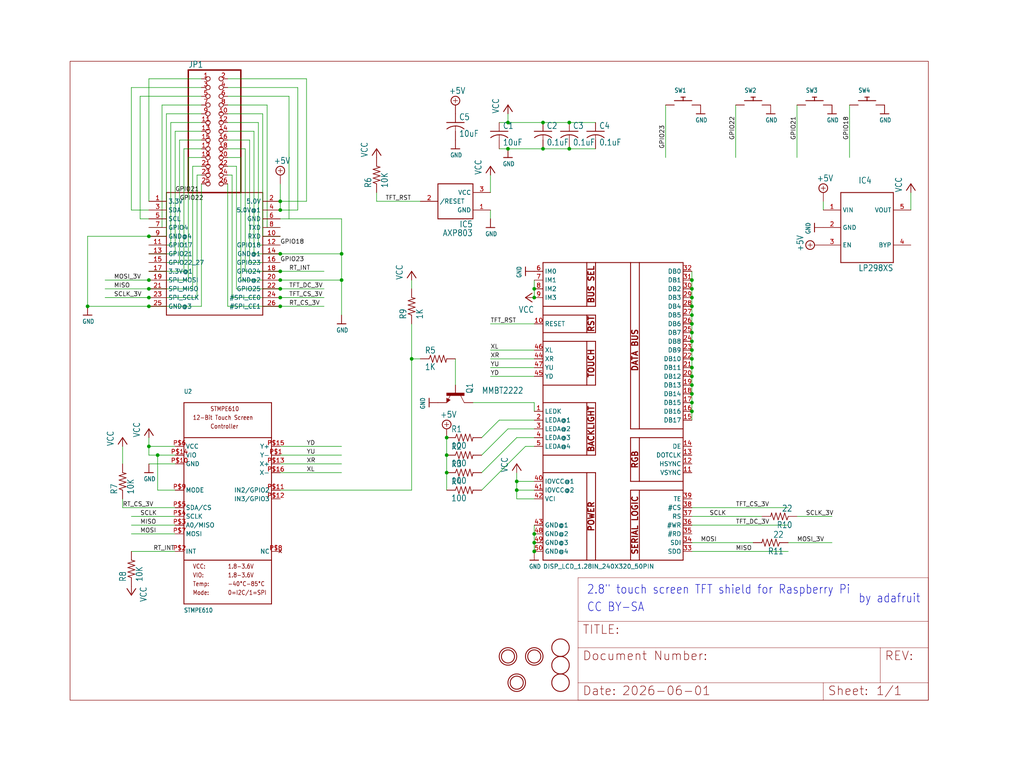
<source format=kicad_sch>
(kicad_sch (version 20230121) (generator eeschema)
  (paper "User" 297.002 224.003)
  (lib_symbols
    (symbol "working-eagle-import:+5V" (power)
      (property "Value" "+5V" (at -1.905 3.175 0))
      (symbol "+5V_1_0"
        (pin power_in line (at 0 -2.54 90) (length 2.54) (name "+5V") (number "1"))
      )
    )
    (symbol "working-eagle-import:-NPN-SOT23-BEC"
      (property "Reference" "T" (at -10.16 7.62 0))
      (symbol "-NPN-SOT23-BEC_1_0"
        (pin passive line (at -2.54 0 0) (length 2.54) (name "B") (number "B"))
        (pin passive line (at 2.54 5.08 270) (length 2.54) (name "C") (number "C"))
        (pin passive line (at 2.54 -5.08 90) (length 2.54) (name "E") (number "E"))
      )
    )
    (symbol "working-eagle-import:AXP083-SAG"
      (property "Reference" "IC" (at -5.08 -7.62 0))
      (symbol "AXP083-SAG_1_0"
        (pin power_in line (at -10.16 -2.54 0) (length 5.08) (name "GND") (number "1"))
        (pin output line (at 10.16 0 180) (length 5.08) (name "/RESET") (number "2"))
        (pin power_in line (at -10.16 2.54 0) (length 5.08) (name "VCC") (number "3"))
      )
    )
    (symbol "working-eagle-import:C-USC0805K"
      (property "Reference" "C" (at 1.016 0.635 0))
      (symbol "C-USC0805K_1_0"
        (pin passive line (at 0 2.54 270) (length 2.54) (name "1") (number "1"))
        (pin passive line (at 0 -5.08 90) (length 2.54) (name "2") (number "2"))
      )
    )
    (symbol "working-eagle-import:DISP_LCD_1.28IN_240X320_50PIN"
      (symbol "DISP_LCD_1.28IN_240X320_50PIN_1_0"
        (text "BACKLIGHT" (at -6.35 -7.62 900) (effects (font (size 1.6764 1.6764) (thickness 0.3353) bold)))
        (text "BUS SEL" (at -6.35 34.29 900) (effects (font (size 1.6764 1.6764) (thickness 0.3353) bold)))
        (text "DATA BUS" (at 6.35 15.24 900) (effects (font (size 1.6764 1.6764) (thickness 0.3353) bold)))
        (text "POWER" (at -6.35 -33.02 900) (effects (font (size 1.6764 1.6764) (thickness 0.3353) bold)))
        (text "RGB" (at 6.35 -16.51 900) (effects (font (size 1.6764 1.6764) (thickness 0.3353) bold)))
        (text "RST" (at -6.35 22.86 900) (effects (font (size 1.6764 1.6764) (thickness 0.3353) bold)))
        (text "SERIAL LOGIC" (at 6.35 -35.56 900) (effects (font (size 1.6764 1.6764) (thickness 0.3353) bold)))
        (text "TOUCH" (at -6.35 11.43 900) (effects (font (size 1.6764 1.6764) (thickness 0.3353) bold)))
        (pin bidirectional line (at -22.86 -2.54 0) (length 2.54) (name "LEDK") (number "1"))
        (pin bidirectional line (at -22.86 22.86 0) (length 2.54) (name "RESET") (number "10"))
        (pin bidirectional line (at 22.86 -20.32 180) (length 2.54) (name "VSYNC") (number "11"))
        (pin bidirectional line (at 22.86 -17.78 180) (length 2.54) (name "HSYNC") (number "12"))
        (pin bidirectional line (at 22.86 -15.24 180) (length 2.54) (name "DOTCLK") (number "13"))
        (pin bidirectional line (at 22.86 -12.7 180) (length 2.54) (name "DE") (number "14"))
        (pin bidirectional line (at 22.86 -5.08 180) (length 2.54) (name "DB17") (number "15"))
        (pin bidirectional line (at 22.86 -2.54 180) (length 2.54) (name "DB16") (number "16"))
        (pin bidirectional line (at 22.86 0 180) (length 2.54) (name "DB15") (number "17"))
        (pin bidirectional line (at 22.86 2.54 180) (length 2.54) (name "DB14") (number "18"))
        (pin bidirectional line (at 22.86 5.08 180) (length 2.54) (name "DB13") (number "19"))
        (pin bidirectional line (at -22.86 -5.08 0) (length 2.54) (name "LEDA@1") (number "2"))
        (pin bidirectional line (at 22.86 7.62 180) (length 2.54) (name "DB12") (number "20"))
        (pin bidirectional line (at 22.86 10.16 180) (length 2.54) (name "DB11") (number "21"))
        (pin bidirectional line (at 22.86 12.7 180) (length 2.54) (name "DB10") (number "22"))
        (pin bidirectional line (at 22.86 15.24 180) (length 2.54) (name "DB9") (number "23"))
        (pin bidirectional line (at 22.86 17.78 180) (length 2.54) (name "DB8") (number "24"))
        (pin bidirectional line (at 22.86 20.32 180) (length 2.54) (name "DB7") (number "25"))
        (pin bidirectional line (at 22.86 22.86 180) (length 2.54) (name "DB6") (number "26"))
        (pin bidirectional line (at 22.86 25.4 180) (length 2.54) (name "DB5") (number "27"))
        (pin bidirectional line (at 22.86 27.94 180) (length 2.54) (name "DB4") (number "28"))
        (pin bidirectional line (at 22.86 30.48 180) (length 2.54) (name "DB3") (number "29"))
        (pin bidirectional line (at -22.86 -7.62 0) (length 2.54) (name "LEDA@2") (number "3"))
        (pin bidirectional line (at 22.86 33.02 180) (length 2.54) (name "DB2") (number "30"))
        (pin bidirectional line (at 22.86 35.56 180) (length 2.54) (name "DB1") (number "31"))
        (pin bidirectional line (at 22.86 38.1 180) (length 2.54) (name "DB0") (number "32"))
        (pin bidirectional line (at 22.86 -43.18 180) (length 2.54) (name "SDO") (number "33"))
        (pin bidirectional line (at 22.86 -40.64 180) (length 2.54) (name "SDI") (number "34"))
        (pin bidirectional line (at 22.86 -38.1 180) (length 2.54) (name "#RD") (number "35"))
        (pin bidirectional line (at 22.86 -35.56 180) (length 2.54) (name "#WR") (number "36"))
        (pin bidirectional line (at 22.86 -33.02 180) (length 2.54) (name "RS") (number "37"))
        (pin bidirectional line (at 22.86 -30.48 180) (length 2.54) (name "#CS") (number "38"))
        (pin bidirectional line (at 22.86 -27.94 180) (length 2.54) (name "TE") (number "39"))
        (pin bidirectional line (at -22.86 -10.16 0) (length 2.54) (name "LEDA@3") (number "4"))
        (pin bidirectional line (at -22.86 -22.86 0) (length 2.54) (name "IOVCC@1") (number "40"))
        (pin bidirectional line (at -22.86 -25.4 0) (length 2.54) (name "IOVCC@2") (number "41"))
        (pin bidirectional line (at -22.86 -27.94 0) (length 2.54) (name "VCI") (number "42"))
        (pin bidirectional line (at -22.86 -35.56 0) (length 2.54) (name "GND@1") (number "43"))
        (pin bidirectional line (at -22.86 12.7 0) (length 2.54) (name "XR") (number "44"))
        (pin bidirectional line (at -22.86 7.62 0) (length 2.54) (name "YD") (number "45"))
        (pin bidirectional line (at -22.86 15.24 0) (length 2.54) (name "XL") (number "46"))
        (pin bidirectional line (at -22.86 10.16 0) (length 2.54) (name "YU") (number "47"))
        (pin bidirectional line (at -22.86 -38.1 0) (length 2.54) (name "GND@2") (number "48"))
        (pin bidirectional line (at -22.86 -40.64 0) (length 2.54) (name "GND@3") (number "49"))
        (pin bidirectional line (at -22.86 -12.7 0) (length 2.54) (name "LEDA@4") (number "5"))
        (pin bidirectional line (at -22.86 -43.18 0) (length 2.54) (name "GND@4") (number "50"))
        (pin bidirectional line (at -22.86 38.1 0) (length 2.54) (name "IM0") (number "6"))
        (pin bidirectional line (at -22.86 35.56 0) (length 2.54) (name "IM1") (number "7"))
        (pin bidirectional line (at -22.86 33.02 0) (length 2.54) (name "IM2") (number "8"))
        (pin bidirectional line (at -22.86 30.48 0) (length 2.54) (name "IM3") (number "9"))
      )
    )
    (symbol "working-eagle-import:FIDUCIAL")
    (symbol "working-eagle-import:GND" (power)
      (property "Value" "GND" (at -1.524 -2.54 0))
      (symbol "GND_1_0"
        (pin power_in line (at 0 2.54 270) (length 2.54) (name "GND") (number "1"))
      )
    )
    (symbol "working-eagle-import:HEADER-2X13"
      (property "Reference" "JP" (at -8.89 18.415 0))
      (symbol "HEADER-2X13_1_0"
        (pin passive inverted (at -5.08 15.24 0) (length 2.54) (name "1") (number "1"))
        (pin passive inverted (at 2.54 5.08 180) (length 2.54) (name "10") (number "10"))
        (pin passive inverted (at -5.08 2.54 0) (length 2.54) (name "11") (number "11"))
        (pin passive inverted (at 2.54 2.54 180) (length 2.54) (name "12") (number "12"))
        (pin passive inverted (at -5.08 0 0) (length 2.54) (name "13") (number "13"))
        (pin passive inverted (at 2.54 0 180) (length 2.54) (name "14") (number "14"))
        (pin passive inverted (at -5.08 -2.54 0) (length 2.54) (name "15") (number "15"))
        (pin passive inverted (at 2.54 -2.54 180) (length 2.54) (name "16") (number "16"))
        (pin passive inverted (at -5.08 -5.08 0) (length 2.54) (name "17") (number "17"))
        (pin passive inverted (at 2.54 -5.08 180) (length 2.54) (name "18") (number "18"))
        (pin passive inverted (at -5.08 -7.62 0) (length 2.54) (name "19") (number "19"))
        (pin passive inverted (at 2.54 15.24 180) (length 2.54) (name "2") (number "2"))
        (pin passive inverted (at 2.54 -7.62 180) (length 2.54) (name "20") (number "20"))
        (pin passive inverted (at -5.08 -10.16 0) (length 2.54) (name "21") (number "21"))
        (pin passive inverted (at 2.54 -10.16 180) (length 2.54) (name "22") (number "22"))
        (pin passive inverted (at -5.08 -12.7 0) (length 2.54) (name "23") (number "23"))
        (pin passive inverted (at 2.54 -12.7 180) (length 2.54) (name "24") (number "24"))
        (pin passive inverted (at -5.08 -15.24 0) (length 2.54) (name "25") (number "25"))
        (pin passive inverted (at 2.54 -15.24 180) (length 2.54) (name "26") (number "26"))
        (pin passive inverted (at -5.08 12.7 0) (length 2.54) (name "3") (number "3"))
        (pin passive inverted (at 2.54 12.7 180) (length 2.54) (name "4") (number "4"))
        (pin passive inverted (at -5.08 10.16 0) (length 2.54) (name "5") (number "5"))
        (pin passive inverted (at 2.54 10.16 180) (length 2.54) (name "6") (number "6"))
        (pin passive inverted (at -5.08 7.62 0) (length 2.54) (name "7") (number "7"))
        (pin passive inverted (at 2.54 7.62 180) (length 2.54) (name "8") (number "8"))
        (pin passive inverted (at -5.08 5.08 0) (length 2.54) (name "9") (number "9"))
      )
    )
    (symbol "working-eagle-import:LETTER_L"
      (symbol "LETTER_L_2_0"
        (text "${#}/${##}" (at 86.36 1.27 0) (effects (font (size 2.54 2.54)) (justify left bottom)))
        (text "${CURRENT_DATE}" (at 12.7 1.27 0) (effects (font (size 2.54 2.54)) (justify left bottom)))
        (text "${PROJECTNAME}" (at 17.78 19.05 0) (effects (font (size 2.54 2.54)) (justify left bottom)))
        (text "Date:" (at 1.27 1.27 0) (effects (font (size 2.54 2.54)) (justify left bottom)))
        (text "Document Number:" (at 1.27 11.43 0) (effects (font (size 2.54 2.54)) (justify left bottom)))
        (text "REV:" (at 88.9 11.43 0) (effects (font (size 2.54 2.54)) (justify left bottom)))
        (text "Sheet:" (at 72.39 1.27 0) (effects (font (size 2.54 2.54)) (justify left bottom)))
        (text "TITLE:" (at 1.27 19.05 0) (effects (font (size 2.54 2.54)) (justify left bottom)))
      )
    )
    (symbol "working-eagle-import:LP298XS"
      (property "Reference" "IC" (at -12.7 -5.08 90))
      (symbol "LP298XS_1_0"
        (pin bidirectional line (at -5.08 -15.24 90) (length 5.08) (name "VIN") (number "1"))
        (pin bidirectional line (at 0 -15.24 90) (length 5.08) (name "GND") (number "2"))
        (pin bidirectional line (at 5.08 -15.24 90) (length 5.08) (name "EN") (number "3"))
        (pin bidirectional line (at 5.08 10.16 270) (length 5.08) (name "BYP") (number "4"))
        (pin bidirectional line (at -5.08 10.16 270) (length 5.08) (name "VOUT") (number "5"))
      )
    )
    (symbol "working-eagle-import:MOUNTINGHOLE2.5_THICK")
    (symbol "working-eagle-import:R-US_R0805"
      (property "Reference" "R" (at -3.81 1.4986 0))
      (symbol "R-US_R0805_1_0"
        (pin passive line (at -5.08 0 0) (length 2.54) (name "1") (number "1"))
        (pin passive line (at 5.08 0 180) (length 2.54) (name "2") (number "2"))
      )
    )
    (symbol "working-eagle-import:RASPBERRYPI_B_MODELB_V2"
      (symbol "RASPBERRYPI_B_MODELB_V2_1_0"
        (pin power_in line (at -17.78 15.24 0) (length 5.08) (name "3.3V") (number "1"))
        (pin input line (at 20.32 5.08 180) (length 5.08) (name "RXD") (number "10"))
        (pin bidirectional line (at -17.78 2.54 0) (length 5.08) (name "GPIO17") (number "11"))
        (pin bidirectional line (at 20.32 2.54 180) (length 5.08) (name "GPIO18") (number "12"))
        (pin bidirectional line (at -17.78 0 0) (length 5.08) (name "GPIO21") (number "13"))
        (pin power_in line (at 20.32 0 180) (length 5.08) (name "GND@1") (number "14"))
        (pin bidirectional line (at -17.78 -2.54 0) (length 5.08) (name "GPIO22_27") (number "15"))
        (pin bidirectional line (at 20.32 -2.54 180) (length 5.08) (name "GPIO23") (number "16"))
        (pin power_in line (at -17.78 -5.08 0) (length 5.08) (name "3.3V@1") (number "17"))
        (pin bidirectional line (at 20.32 -5.08 180) (length 5.08) (name "GPIO24") (number "18"))
        (pin bidirectional line (at -17.78 -7.62 0) (length 5.08) (name "SPI_MOSI") (number "19"))
        (pin power_in line (at 20.32 15.24 180) (length 5.08) (name "5.0V") (number "2"))
        (pin power_in line (at 20.32 -7.62 180) (length 5.08) (name "GND@2") (number "20"))
        (pin input line (at -17.78 -10.16 0) (length 5.08) (name "SPI_MISO") (number "21"))
        (pin bidirectional line (at 20.32 -10.16 180) (length 5.08) (name "GPIO25") (number "22"))
        (pin bidirectional line (at -17.78 -12.7 0) (length 5.08) (name "SPI_SCLK") (number "23"))
        (pin bidirectional line (at 20.32 -12.7 180) (length 5.08) (name "#SPI_CE0") (number "24"))
        (pin power_in line (at -17.78 -15.24 0) (length 5.08) (name "GND@3") (number "25"))
        (pin bidirectional line (at 20.32 -15.24 180) (length 5.08) (name "#SPI_CE1") (number "26"))
        (pin bidirectional line (at -17.78 12.7 0) (length 5.08) (name "SDA") (number "3"))
        (pin power_in line (at 20.32 12.7 180) (length 5.08) (name "5.0V@1") (number "4"))
        (pin bidirectional line (at -17.78 10.16 0) (length 5.08) (name "SCL") (number "5"))
        (pin power_in line (at 20.32 10.16 180) (length 5.08) (name "GND") (number "6"))
        (pin bidirectional line (at -17.78 7.62 0) (length 5.08) (name "GPIO4") (number "7"))
        (pin output line (at 20.32 7.62 180) (length 5.08) (name "TXD") (number "8"))
        (pin power_in line (at -17.78 5.08 0) (length 5.08) (name "GND@4") (number "9"))
      )
    )
    (symbol "working-eagle-import:STMPE610"
      (property "Reference" "U" (at -12.7 33.02 0))
      (symbol "STMPE610_1_0"
        (text "-40°C-85°C" (at 0 -22.86 0) (effects (font (size 1.27 1.0795)) (justify left bottom)))
        (text "0=I2C/1=SPI" (at 0 -25.4 0) (effects (font (size 1.27 1.0795)) (justify left bottom)))
        (text "1.8-3.6V" (at 0 -20.32 0) (effects (font (size 1.27 1.0795)) (justify left bottom)))
        (text "1.8-3.6V" (at 0 -17.78 0) (effects (font (size 1.27 1.0795)) (justify left bottom)))
        (text "12-Bit Touch Screen" (at -10.16 25.4 0) (effects (font (size 1.27 1.0795)) (justify left bottom)))
        (text "Controller" (at -5.08 22.86 0) (effects (font (size 1.27 1.0795)) (justify left bottom)))
        (text "Mode:" (at -10.16 -25.4 0) (effects (font (size 1.27 1.0795)) (justify left bottom)))
        (text "STMPE610" (at -5.08 27.94 0) (effects (font (size 1.27 1.0795)) (justify left bottom)))
        (text "Temp:" (at -10.16 -22.86 0) (effects (font (size 1.27 1.0795)) (justify left bottom)))
        (text "VCC:" (at -10.16 -17.78 0) (effects (font (size 1.27 1.0795)) (justify left bottom)))
        (text "VIO:" (at -10.16 -20.32 0) (effects (font (size 1.27 1.0795)) (justify left bottom)))
        (pin input line (at 15.24 15.24 180) (length 2.54) (name "Y-") (number "P$1"))
        (pin power_in line (at -15.24 12.7 0) (length 2.54) (name "GND") (number "P$10"))
        (pin bidirectional line (at 15.24 5.08 180) (length 2.54) (name "IN2/GPIO2") (number "P$11"))
        (pin bidirectional line (at 15.24 2.54 180) (length 2.54) (name "IN3/GPIO3") (number "P$12"))
        (pin input line (at 15.24 12.7 180) (length 2.54) (name "X+") (number "P$13"))
        (pin power_in line (at -15.24 15.24 0) (length 2.54) (name "VIO") (number "P$14"))
        (pin input line (at 15.24 17.78 180) (length 2.54) (name "Y+") (number "P$15"))
        (pin input line (at 15.24 10.16 180) (length 2.54) (name "X-") (number "P$16"))
        (pin output line (at -15.24 -12.7 0) (length 2.54) (name "INT") (number "P$2"))
        (pin bidirectional line (at -15.24 -5.08 0) (length 2.54) (name "A0/MISO") (number "P$3"))
        (pin bidirectional line (at -15.24 -2.54 0) (length 2.54) (name "SCLK") (number "P$4"))
        (pin bidirectional line (at -15.24 0 0) (length 2.54) (name "SDA/CS") (number "P$5"))
        (pin power_in line (at -15.24 17.78 0) (length 2.54) (name "VCC") (number "P$6"))
        (pin input line (at -15.24 -7.62 0) (length 2.54) (name "MOSI") (number "P$7"))
        (pin no_connect line (at 15.24 -12.7 180) (length 2.54) (name "NC") (number "P$8"))
        (pin input line (at -15.24 5.08 0) (length 2.54) (name "MODE") (number "P$9"))
      )
    )
    (symbol "working-eagle-import:SWITCH_PUSHBUTTONEVQ-PE"
      (property "Reference" "SW" (at -2.54 3.556 0))
      (symbol "SWITCH_PUSHBUTTONEVQ-PE_1_0"
        (pin passive line (at -5.08 0 0) (length 2.54) (name "P$1") (number "P$1"))
        (pin passive line (at 5.08 0 180) (length 2.54) (name "P$2") (number "P$2"))
      )
    )
    (symbol "working-eagle-import:VCC" (power)
      (property "Value" "VCC" (at -2.54 -2.54 90))
      (symbol "VCC_1_0"
        (pin power_in line (at 0 -2.54 90) (length 2.54) (name "VCC") (number "1"))
      )
    )
  )
  (junction (at 43.18 81.28))
  (junction (at 81.28 78.74))
  (junction (at 165.1 43.18))
  (junction (at 147.32 43.18))
  (junction (at 157.48 43.18))
  (junction (at 200.66 86.36))
  (junction (at 149.86 142.24))
  (junction (at 25.4 88.9))
  (junction (at 149.86 139.7))
  (junction (at 99.06 73.66))
  (junction (at 154.94 154.94))
  (junction (at 200.66 81.28))
  (junction (at 154.94 157.48))
  (junction (at 43.18 88.9))
  (junction (at 129.54 127))
  (junction (at 200.66 93.98))
  (junction (at 200.66 106.68))
  (junction (at 119.38 104.14))
  (junction (at 43.18 83.82))
  (junction (at 200.66 99.06))
  (junction (at 157.48 35.56))
  (junction (at 43.18 68.58))
  (junction (at 200.66 83.82))
  (junction (at 200.66 101.6))
  (junction (at 81.28 73.66))
  (junction (at 200.66 116.84))
  (junction (at 200.66 119.38))
  (junction (at 200.66 88.9))
  (junction (at 147.32 35.56))
  (junction (at 129.54 137.16))
  (junction (at 154.94 86.36))
  (junction (at 43.18 129.54))
  (junction (at 200.66 104.14))
  (junction (at 200.66 96.52))
  (junction (at 81.28 60.96))
  (junction (at 154.94 160.02))
  (junction (at 200.66 111.76))
  (junction (at 200.66 91.44))
  (junction (at 43.18 86.36))
  (junction (at 200.66 109.22))
  (junction (at 200.66 114.3))
  (junction (at 165.1 35.56))
  (junction (at 81.28 88.9))
  (junction (at 45.72 132.08))
  (junction (at 81.28 81.28))
  (junction (at 81.28 83.82))
  (junction (at 81.28 58.42))
  (junction (at 81.28 86.36))
  (junction (at 99.06 81.28))
  (junction (at 129.54 132.08))
  (junction (at 154.94 83.82))
  (wire (pts (xy 49.53 35.56) (xy 58.42 35.56)) (stroke (width 0.1524)))
  (wire (pts (xy 129.54 127) (xy 129.54 132.08)) (stroke (width 0.1524)))
  (wire (pts (xy 45.72 132.08) (xy 43.18 132.08)) (stroke (width 0.1524)))
  (wire (pts (xy 165.1 43.18) (xy 157.48 43.18)) (stroke (width 0.1524)))
  (wire (pts (xy 43.18 81.28) (xy 30.48 81.28)) (stroke (width 0.1524)))
  (wire (pts (xy 147.32 35.56) (xy 144.78 35.56)) (stroke (width 0.1524)))
  (wire (pts (xy 139.7 132.08) (xy 147.32 124.46)) (stroke (width 0.1524)))
  (wire (pts (xy 154.94 109.22) (xy 142.24 109.22)) (stroke (width 0.1524)))
  (wire (pts (xy 50.8 73.66) (xy 50.8 38.1)) (stroke (width 0.1524)))
  (wire (pts (xy 246.38 30.48) (xy 246.38 45.72)) (stroke (width 0.1524)))
  (wire (pts (xy 81.28 60.96) (xy 86.36 60.96)) (stroke (width 0.1524)))
  (wire (pts (xy 200.66 160.02) (xy 228.6 160.02)) (stroke (width 0.1524)))
  (wire (pts (xy 200.66 116.84) (xy 200.66 119.38)) (stroke (width 0.1524)))
  (wire (pts (xy 53.34 43.18) (xy 58.42 43.18)) (stroke (width 0.1524)))
  (wire (pts (xy 154.94 101.6) (xy 142.24 101.6)) (stroke (width 0.1524)))
  (wire (pts (xy 43.18 86.36) (xy 57.15 86.36)) (stroke (width 0.1524)))
  (wire (pts (xy 142.24 55.88) (xy 142.24 50.8)) (stroke (width 0.1524)))
  (wire (pts (xy 200.66 109.22) (xy 200.66 111.76)) (stroke (width 0.1524)))
  (wire (pts (xy 200.66 78.74) (xy 200.66 81.28)) (stroke (width 0.1524)))
  (wire (pts (xy 43.18 78.74) (xy 53.34 78.74)) (stroke (width 0.1524)))
  (wire (pts (xy 38.1 149.86) (xy 50.8 149.86)) (stroke (width 0.1524)))
  (wire (pts (xy 54.61 81.28) (xy 54.61 45.72)) (stroke (width 0.1524)))
  (wire (pts (xy 50.8 38.1) (xy 58.42 38.1)) (stroke (width 0.1524)))
  (wire (pts (xy 74.93 71.12) (xy 74.93 35.56)) (stroke (width 0.1524)))
  (wire (pts (xy 46.99 30.48) (xy 58.42 30.48)) (stroke (width 0.1524)))
  (wire (pts (xy 68.58 83.82) (xy 81.28 83.82)) (stroke (width 0.1524)))
  (wire (pts (xy 139.7 137.16) (xy 149.86 127)) (stroke (width 0.1524)))
  (wire (pts (xy 81.28 88.9) (xy 93.98 88.9)) (stroke (width 0.1524)))
  (wire (pts (xy 200.66 106.68) (xy 200.66 109.22)) (stroke (width 0.1524)))
  (wire (pts (xy 99.06 63.5) (xy 99.06 73.66)) (stroke (width 0.1524)))
  (wire (pts (xy 193.04 30.48) (xy 193.04 45.72)) (stroke (width 0.1524)))
  (wire (pts (xy 200.66 149.86) (xy 220.98 149.86)) (stroke (width 0.1524)))
  (wire (pts (xy 264.16 55.88) (xy 264.16 60.96)) (stroke (width 0.1524)))
  (wire (pts (xy 81.28 81.28) (xy 99.06 81.28)) (stroke (width 0.1524)))
  (wire (pts (xy 71.12 43.18) (xy 71.12 78.74)) (stroke (width 0.1524)))
  (wire (pts (xy 81.28 71.12) (xy 74.93 71.12)) (stroke (width 0.1524)))
  (wire (pts (xy 81.28 132.08) (xy 99.06 132.08)) (stroke (width 0.1524)))
  (wire (pts (xy 66.04 88.9) (xy 81.28 88.9)) (stroke (width 0.1524)))
  (wire (pts (xy 81.28 63.5) (xy 99.06 63.5)) (stroke (width 0.1524)))
  (wire (pts (xy 76.2 33.02) (xy 76.2 68.58)) (stroke (width 0.1524)))
  (wire (pts (xy 147.32 33.02) (xy 147.32 35.56)) (stroke (width 0.1524)))
  (wire (pts (xy 149.86 127) (xy 154.94 127)) (stroke (width 0.1524)))
  (wire (pts (xy 99.06 81.28) (xy 99.06 91.44)) (stroke (width 0.1524)))
  (wire (pts (xy 139.7 127) (xy 144.78 121.92)) (stroke (width 0.1524)))
  (wire (pts (xy 137.16 116.84) (xy 154.94 116.84)) (stroke (width 0.1524)))
  (wire (pts (xy 154.94 104.14) (xy 142.24 104.14)) (stroke (width 0.1524)))
  (wire (pts (xy 147.32 124.46) (xy 154.94 124.46)) (stroke (width 0.1524)))
  (wire (pts (xy 77.47 30.48) (xy 66.04 30.48)) (stroke (width 0.1524)))
  (wire (pts (xy 38.1 152.4) (xy 50.8 152.4)) (stroke (width 0.1524)))
  (wire (pts (xy 43.18 60.96) (xy 38.1 60.96)) (stroke (width 0.1524)))
  (wire (pts (xy 43.18 22.86) (xy 58.42 22.86)) (stroke (width 0.1524)))
  (wire (pts (xy 200.66 88.9) (xy 200.66 91.44)) (stroke (width 0.1524)))
  (wire (pts (xy 43.18 88.9) (xy 25.4 88.9)) (stroke (width 0.1524)))
  (wire (pts (xy 172.72 43.18) (xy 165.1 43.18)) (stroke (width 0.1524)))
  (wire (pts (xy 144.78 43.18) (xy 147.32 43.18)) (stroke (width 0.1524)))
  (wire (pts (xy 48.26 33.02) (xy 58.42 33.02)) (stroke (width 0.1524)))
  (wire (pts (xy 165.1 35.56) (xy 172.72 35.56)) (stroke (width 0.1524)))
  (wire (pts (xy 231.14 149.86) (xy 241.3 149.86)) (stroke (width 0.1524)))
  (wire (pts (xy 55.88 48.26) (xy 58.42 48.26)) (stroke (width 0.1524)))
  (wire (pts (xy 43.18 129.54) (xy 43.18 132.08)) (stroke (width 0.1524)))
  (wire (pts (xy 58.42 88.9) (xy 58.42 53.34)) (stroke (width 0.1524)))
  (wire (pts (xy 54.61 45.72) (xy 58.42 45.72)) (stroke (width 0.1524)))
  (wire (pts (xy 149.86 144.78) (xy 154.94 144.78)) (stroke (width 0.1524)))
  (wire (pts (xy 46.99 66.04) (xy 46.99 30.48)) (stroke (width 0.1524)))
  (wire (pts (xy 200.66 99.06) (xy 200.66 101.6)) (stroke (width 0.1524)))
  (wire (pts (xy 132.08 104.14) (xy 132.08 111.76)) (stroke (width 0.1524)))
  (wire (pts (xy 154.94 142.24) (xy 149.86 142.24)) (stroke (width 0.1524)))
  (wire (pts (xy 74.93 35.56) (xy 66.04 35.56)) (stroke (width 0.1524)))
  (wire (pts (xy 52.07 76.2) (xy 52.07 40.64)) (stroke (width 0.1524)))
  (wire (pts (xy 149.86 139.7) (xy 149.86 137.16)) (stroke (width 0.1524)))
  (wire (pts (xy 66.04 38.1) (xy 73.66 38.1)) (stroke (width 0.1524)))
  (wire (pts (xy 57.15 50.8) (xy 58.42 50.8)) (stroke (width 0.1524)))
  (wire (pts (xy 149.86 144.78) (xy 149.86 142.24)) (stroke (width 0.1524)))
  (wire (pts (xy 157.48 35.56) (xy 147.32 35.56)) (stroke (width 0.1524)))
  (wire (pts (xy 57.15 86.36) (xy 57.15 50.8)) (stroke (width 0.1524)))
  (wire (pts (xy 81.28 83.82) (xy 93.98 83.82)) (stroke (width 0.1524)))
  (wire (pts (xy 43.18 88.9) (xy 58.42 88.9)) (stroke (width 0.1524)))
  (wire (pts (xy 200.66 157.48) (xy 218.44 157.48)) (stroke (width 0.1524)))
  (wire (pts (xy 43.18 134.62) (xy 50.8 134.62)) (stroke (width 0.1524)))
  (wire (pts (xy 76.2 68.58) (xy 81.28 68.58)) (stroke (width 0.1524)))
  (wire (pts (xy 81.28 86.36) (xy 67.31 86.36)) (stroke (width 0.1524)))
  (wire (pts (xy 40.64 27.94) (xy 58.42 27.94)) (stroke (width 0.1524)))
  (wire (pts (xy 52.07 40.64) (xy 58.42 40.64)) (stroke (width 0.1524)))
  (wire (pts (xy 53.34 78.74) (xy 53.34 43.18)) (stroke (width 0.1524)))
  (wire (pts (xy 81.28 86.36) (xy 93.98 86.36)) (stroke (width 0.1524)))
  (wire (pts (xy 142.24 106.68) (xy 154.94 106.68)) (stroke (width 0.1524)))
  (wire (pts (xy 81.28 81.28) (xy 69.85 81.28)) (stroke (width 0.1524)))
  (wire (pts (xy 71.12 78.74) (xy 81.28 78.74)) (stroke (width 0.1524)))
  (wire (pts (xy 50.8 142.24) (xy 45.72 142.24)) (stroke (width 0.1524)))
  (wire (pts (xy 35.56 147.32) (xy 50.8 147.32)) (stroke (width 0.1524)))
  (wire (pts (xy 200.66 96.52) (xy 200.66 99.06)) (stroke (width 0.1524)))
  (wire (pts (xy 66.04 43.18) (xy 71.12 43.18)) (stroke (width 0.1524)))
  (wire (pts (xy 81.28 142.24) (xy 119.38 142.24)) (stroke (width 0.1524)))
  (wire (pts (xy 43.18 86.36) (xy 30.48 86.36)) (stroke (width 0.1524)))
  (wire (pts (xy 66.04 22.86) (xy 88.9 22.86)) (stroke (width 0.1524)))
  (wire (pts (xy 49.53 71.12) (xy 49.53 35.56)) (stroke (width 0.1524)))
  (wire (pts (xy 43.18 76.2) (xy 52.07 76.2)) (stroke (width 0.1524)))
  (wire (pts (xy 67.31 86.36) (xy 67.31 50.8)) (stroke (width 0.1524)))
  (wire (pts (xy 200.66 101.6) (xy 200.66 104.14)) (stroke (width 0.1524)))
  (wire (pts (xy 73.66 38.1) (xy 73.66 73.66)) (stroke (width 0.1524)))
  (wire (pts (xy 154.94 157.48) (xy 154.94 160.02)) (stroke (width 0.1524)))
  (wire (pts (xy 88.9 22.86) (xy 88.9 58.42)) (stroke (width 0.1524)))
  (wire (pts (xy 200.66 86.36) (xy 200.66 88.9)) (stroke (width 0.1524)))
  (wire (pts (xy 66.04 27.94) (xy 83.82 27.94)) (stroke (width 0.1524)))
  (wire (pts (xy 77.47 66.04) (xy 77.47 30.48)) (stroke (width 0.1524)))
  (wire (pts (xy 154.94 152.4) (xy 154.94 154.94)) (stroke (width 0.1524)))
  (wire (pts (xy 154.94 154.94) (xy 154.94 157.48)) (stroke (width 0.1524)))
  (wire (pts (xy 157.48 35.56) (xy 165.1 35.56)) (stroke (width 0.1524)))
  (wire (pts (xy 144.78 121.92) (xy 154.94 121.92)) (stroke (width 0.1524)))
  (wire (pts (xy 69.85 81.28) (xy 69.85 45.72)) (stroke (width 0.1524)))
  (wire (pts (xy 43.18 66.04) (xy 46.99 66.04)) (stroke (width 0.1524)))
  (wire (pts (xy 50.8 154.94) (xy 38.1 154.94)) (stroke (width 0.1524)))
  (wire (pts (xy 86.36 60.96) (xy 86.36 25.4)) (stroke (width 0.1524)))
  (wire (pts (xy 43.18 81.28) (xy 54.61 81.28)) (stroke (width 0.1524)))
  (wire (pts (xy 55.88 83.82) (xy 55.88 48.26)) (stroke (width 0.1524)))
  (wire (pts (xy 43.18 58.42) (xy 43.18 22.86)) (stroke (width 0.1524)))
  (wire (pts (xy 154.94 81.28) (xy 154.94 83.82)) (stroke (width 0.1524)))
  (wire (pts (xy 50.8 160.02) (xy 38.1 160.02)) (stroke (width 0.1524)))
  (wire (pts (xy 48.26 68.58) (xy 48.26 33.02)) (stroke (width 0.1524)))
  (wire (pts (xy 86.36 25.4) (xy 66.04 25.4)) (stroke (width 0.1524)))
  (wire (pts (xy 81.28 66.04) (xy 77.47 66.04)) (stroke (width 0.1524)))
  (wire (pts (xy 81.28 129.54) (xy 99.06 129.54)) (stroke (width 0.1524)))
  (wire (pts (xy 200.66 147.32) (xy 228.6 147.32)) (stroke (width 0.1524)))
  (wire (pts (xy 200.66 104.14) (xy 200.66 106.68)) (stroke (width 0.1524)))
  (wire (pts (xy 119.38 104.14) (xy 121.92 104.14)) (stroke (width 0.1524)))
  (wire (pts (xy 154.94 93.98) (xy 142.24 93.98)) (stroke (width 0.1524)))
  (wire (pts (xy 119.38 142.24) (xy 119.38 104.14)) (stroke (width 0.1524)))
  (wire (pts (xy 200.66 114.3) (xy 200.66 116.84)) (stroke (width 0.1524)))
  (wire (pts (xy 66.04 48.26) (xy 68.58 48.26)) (stroke (width 0.1524)))
  (wire (pts (xy 200.66 93.98) (xy 200.66 96.52)) (stroke (width 0.1524)))
  (wire (pts (xy 69.85 45.72) (xy 66.04 45.72)) (stroke (width 0.1524)))
  (wire (pts (xy 139.7 142.24) (xy 152.4 129.54)) (stroke (width 0.1524)))
  (wire (pts (xy 68.58 48.26) (xy 68.58 83.82)) (stroke (width 0.1524)))
  (wire (pts (xy 43.18 63.5) (xy 40.64 63.5)) (stroke (width 0.1524)))
  (wire (pts (xy 43.18 68.58) (xy 25.4 68.58)) (stroke (width 0.1524)))
  (wire (pts (xy 66.04 33.02) (xy 76.2 33.02)) (stroke (width 0.1524)))
  (wire (pts (xy 200.66 119.38) (xy 200.66 121.92)) (stroke (width 0.1524)))
  (wire (pts (xy 147.32 43.18) (xy 157.48 43.18)) (stroke (width 0.1524)))
  (wire (pts (xy 81.28 134.62) (xy 99.06 134.62)) (stroke (width 0.1524)))
  (wire (pts (xy 66.04 53.34) (xy 66.04 88.9)) (stroke (width 0.1524)))
  (wire (pts (xy 99.06 73.66) (xy 99.06 81.28)) (stroke (width 0.1524)))
  (wire (pts (xy 43.18 68.58) (xy 48.26 68.58)) (stroke (width 0.1524)))
  (wire (pts (xy 200.66 81.28) (xy 200.66 83.82)) (stroke (width 0.1524)))
  (wire (pts (xy 142.24 60.96) (xy 142.24 63.5)) (stroke (width 0.1524)))
  (wire (pts (xy 81.28 76.2) (xy 72.39 76.2)) (stroke (width 0.1524)))
  (wire (pts (xy 43.18 71.12) (xy 49.53 71.12)) (stroke (width 0.1524)))
  (wire (pts (xy 152.4 129.54) (xy 154.94 129.54)) (stroke (width 0.1524)))
  (wire (pts (xy 38.1 25.4) (xy 58.42 25.4)) (stroke (width 0.1524)))
  (wire (pts (xy 213.36 30.48) (xy 213.36 45.72)) (stroke (width 0.1524)))
  (wire (pts (xy 43.18 129.54) (xy 50.8 129.54)) (stroke (width 0.1524)))
  (wire (pts (xy 81.28 78.74) (xy 93.98 78.74)) (stroke (width 0.1524)))
  (wire (pts (xy 81.28 53.34) (xy 81.28 58.42)) (stroke (width 0.1524)))
  (wire (pts (xy 238.76 58.42) (xy 238.76 60.96)) (stroke (width 0.1524)))
  (wire (pts (xy 38.1 60.96) (xy 38.1 25.4)) (stroke (width 0.1524)))
  (wire (pts (xy 154.94 116.84) (xy 154.94 119.38)) (stroke (width 0.1524)))
  (wire (pts (xy 109.22 58.42) (xy 109.22 55.88)) (stroke (width 0.1524)))
  (wire (pts (xy 149.86 139.7) (xy 154.94 139.7)) (stroke (width 0.1524)))
  (wire (pts (xy 35.56 147.32) (xy 35.56 144.78)) (stroke (width 0.1524)))
  (wire (pts (xy 72.39 76.2) (xy 72.39 40.64)) (stroke (width 0.1524)))
  (wire (pts (xy 121.92 58.42) (xy 109.22 58.42)) (stroke (width 0.1524)))
  (wire (pts (xy 88.9 58.42) (xy 81.28 58.42)) (stroke (width 0.1524)))
  (wire (pts (xy 129.54 132.08) (xy 129.54 137.16)) (stroke (width 0.1524)))
  (wire (pts (xy 67.31 50.8) (xy 66.04 50.8)) (stroke (width 0.1524)))
  (wire (pts (xy 228.6 157.48) (xy 241.3 157.48)) (stroke (width 0.1524)))
  (wire (pts (xy 119.38 81.28) (xy 119.38 83.82)) (stroke (width 0.1524)))
  (wire (pts (xy 83.82 27.94) (xy 83.82 63.5)) (stroke (width 0.1524)))
  (wire (pts (xy 73.66 73.66) (xy 81.28 73.66)) (stroke (width 0.1524)))
  (wire (pts (xy 81.28 58.42) (xy 81.28 60.96)) (stroke (width 0.1524)))
  (wire (pts (xy 200.66 111.76) (xy 200.66 114.3)) (stroke (width 0.1524)))
  (wire (pts (xy 200.66 91.44) (xy 200.66 93.98)) (stroke (width 0.1524)))
  (wire (pts (xy 45.72 142.24) (xy 45.72 132.08)) (stroke (width 0.1524)))
  (wire (pts (xy 43.18 127) (xy 43.18 129.54)) (stroke (width 0.1524)))
  (wire (pts (xy 119.38 93.98) (xy 119.38 104.14)) (stroke (width 0.1524)))
  (wire (pts (xy 129.54 137.16) (xy 129.54 142.24)) (stroke (width 0.1524)))
  (wire (pts (xy 25.4 68.58) (xy 25.4 88.9)) (stroke (width 0.1524)))
  (wire (pts (xy 43.18 83.82) (xy 30.48 83.82)) (stroke (width 0.1524)))
  (wire (pts (xy 43.18 73.66) (xy 50.8 73.66)) (stroke (width 0.1524)))
  (wire (pts (xy 40.64 63.5) (xy 40.64 27.94)) (stroke (width 0.1524)))
  (wire (pts (xy 200.66 83.82) (xy 200.66 86.36)) (stroke (width 0.1524)))
  (wire (pts (xy 231.14 30.48) (xy 231.14 45.72)) (stroke (width 0.1524)))
  (wire (pts (xy 35.56 134.62) (xy 35.56 129.54)) (stroke (width 0.1524)))
  (wire (pts (xy 81.28 137.16) (xy 99.06 137.16)) (stroke (width 0.1524)))
  (wire (pts (xy 43.18 83.82) (xy 55.88 83.82)) (stroke (width 0.1524)))
  (wire (pts (xy 72.39 40.64) (xy 66.04 40.64)) (stroke (width 0.1524)))
  (wire (pts (xy 81.28 73.66) (xy 99.06 73.66)) (stroke (width 0.1524)))
  (wire (pts (xy 200.66 152.4) (xy 228.6 152.4)) (stroke (width 0.1524)))
  (wire (pts (xy 50.8 132.08) (xy 45.72 132.08)) (stroke (width 0.1524)))
  (wire (pts (xy 154.94 83.82) (xy 154.94 86.36)) (stroke (width 0.1524)))
  (wire (pts (xy 149.86 142.24) (xy 149.86 139.7)) (stroke (width 0.1524)))
  (text "CC BY-SA" (at 170.18 177.8 0) (effects (font (size 2.54 2.159)) (justify left bottom)))
  (text "by adafruit~{}" (at 248.92 175.26 0) (effects (font (size 2.54 2.159)) (justify left bottom)))
  (text "2.8\" touch screen TFT shield for Raspberry Pi" (at 170.18 172.72 0) (effects (font (size 2.54 2.159)) (justify left bottom)))
  (label "MOSI" (at 203.2 157.48 0) (effects (font (size 1.2446 1.2446))))
  (label "GPIO22" (at 52.07 58.42 0) (effects (font (size 1.2446 1.2446))))
  (label "RT_INT" (at 83.82 78.74 0) (effects (font (size 1.2446 1.2446))))
  (label "RT_CS_3V" (at 35.56 147.32 0) (effects (font (size 1.2446 1.2446))))
  (label "XL" (at 142.24 101.6 0) (effects (font (size 1.2446 1.2446))))
  (label "MISO" (at 33.02 83.82 0) (effects (font (size 1.2446 1.2446))))
  (label "YD" (at 142.24 109.22 0) (effects (font (size 1.2446 1.2446))))
  (label "MOSI_3V" (at 231.14 157.48 0) (effects (font (size 1.2446 1.2446))))
  (label "GPIO22" (at 213.36 40.64 90) (effects (font (size 1.2446 1.2446))))
  (label "GPIO23" (at 193.04 43.18 90) (effects (font (size 1.2446 1.2446))))
  (label "XR" (at 142.24 104.14 0) (effects (font (size 1.2446 1.2446))))
  (label "YD" (at 88.9 129.54 0) (effects (font (size 1.2446 1.2446))))
  (label "SCLK_3V" (at 33.02 86.36 0) (effects (font (size 1.2446 1.2446))))
  (label "XL" (at 88.9 137.16 0) (effects (font (size 1.2446 1.2446))))
  (label "MISO" (at 40.64 152.4 0) (effects (font (size 1.2446 1.2446))))
  (label "GPIO18" (at 246.38 40.64 90) (effects (font (size 1.2446 1.2446))))
  (label "TFT_CS_3V" (at 213.36 147.32 0) (effects (font (size 1.2446 1.2446))))
  (label "XR" (at 88.9 134.62 0) (effects (font (size 1.2446 1.2446))))
  (label "MOSI_3V" (at 33.02 81.28 0) (effects (font (size 1.2446 1.2446))))
  (label "MISO" (at 213.36 160.02 0) (effects (font (size 1.2446 1.2446))))
  (label "GPIO18" (at 81.28 71.12 0) (effects (font (size 1.2446 1.2446))))
  (label "SCLK" (at 205.74 149.86 0) (effects (font (size 1.2446 1.2446))))
  (label "TFT_RST" (at 142.24 93.98 0) (effects (font (size 1.2446 1.2446))))
  (label "YU" (at 88.9 132.08 0) (effects (font (size 1.2446 1.2446))))
  (label "TFT_CS_3V" (at 83.82 86.36 0) (effects (font (size 1.2446 1.2446))))
  (label "GPIO23" (at 81.28 76.2 0) (effects (font (size 1.2446 1.2446))))
  (label "GPIO21" (at 231.14 40.64 90) (effects (font (size 1.2446 1.2446))))
  (label "TFT_RST" (at 111.76 58.42 0) (effects (font (size 1.2446 1.2446))))
  (label "MOSI" (at 40.64 154.94 0) (effects (font (size 1.2446 1.2446))))
  (label "YU" (at 142.24 106.68 0) (effects (font (size 1.2446 1.2446))))
  (label "SCLK_3V" (at 233.68 149.86 0) (effects (font (size 1.2446 1.2446))))
  (label "GPIO21" (at 50.8 55.88 0) (effects (font (size 1.2446 1.2446))))
  (label "SCLK" (at 40.64 149.86 0) (effects (font (size 1.2446 1.2446))))
  (label "RT_CS_3V" (at 83.82 88.9 0) (effects (font (size 1.2446 1.2446))))
  (label "RT_INT" (at 44.45 160.02 0) (effects (font (size 1.2446 1.2446))))
  (label "TFT_DC_3V" (at 213.36 152.4 0) (effects (font (size 1.2446 1.2446))))
  (label "TFT_DC_3V" (at 83.82 83.82 0) (effects (font (size 1.2446 1.2446))))
  (symbol (lib_id "working-eagle-import:R-US_R0805") (at 109.22 50.8 90) (unit 1)
    (property "Reference" "R6" (at 107.7214 54.61 0) (effects (font (size 1.778 1.5113)) (justify left bottom)))
    (property "Value" "10K" (at 112.522 54.61 0) (effects (font (size 1.778 1.5113)) (justify left bottom)))
    (property "Footprint" "working:R0805" (effects hide))
  )
  (symbol (lib_id "working-eagle-import:+5V") (at 238.76 55.88 0) (unit 1)
    (property "Reference" "#SUPPLY2" (effects hide))
    (property "Value" "+5V" (at 236.855 52.705 0) (effects (font (size 1.778 1.5113)) (justify left bottom)))
  )
  (symbol (lib_id "working-eagle-import:C-USC0805K") (at 132.08 35.56 0) (unit 1)
    (property "Reference" "C5" (at 133.096 34.925 0) (effects (font (size 1.778 1.5113)) (justify left bottom)))
    (property "Value" "10uF" (at 133.096 39.751 0) (effects (font (size 1.778 1.5113)) (justify left bottom)))
    (property "Footprint" "working:C0805K" (effects hide))
  )
  (symbol (lib_id "working-eagle-import:VCC") (at 38.1 172.72 180) (unit 1)
    (property "Reference" "#P+8" (effects hide))
    (property "Value" "VCC" (at 40.64 170.18 90) (effects (font (size 1.778 1.5113)) (justify left bottom)))
  )
  (symbol (lib_id "working-eagle-import:R-US_R0805") (at 119.38 88.9 90) (unit 1)
    (property "Reference" "R9" (at 117.8814 92.71 0) (effects (font (size 1.778 1.5113)) (justify left bottom)))
    (property "Value" "1K" (at 122.682 92.71 0) (effects (font (size 1.778 1.5113)) (justify left bottom)))
    (property "Footprint" "working:R0805" (effects hide))
  )
  (symbol (lib_id "working-eagle-import:SWITCH_PUSHBUTTONEVQ-PE") (at 218.44 30.48 0) (unit 1)
    (property "Reference" "SW2" (at 215.9 26.924 0) (effects (font (size 1.27 1.0795)) (justify left bottom)))
    (property "Value" "SWITCH_PUSHBUTTONEVQ-PE" (effects hide))
    (property "Footprint" "working:TACT_PANA-EVQ" (effects hide))
  )
  (symbol (lib_id "working-eagle-import:DISP_LCD_1.28IN_240X320_50PIN") (at 177.8 116.84 0) (unit 1)
    (property "Reference" "U$2" (effects hide))
    (property "Value" "DISP_LCD_1.28IN_240X320_50PIN" (at 157.48 165.1 0) (effects (justify left bottom)))
    (property "Footprint" "working:TFT_2.83IN_240X320_50PIN" (effects hide))
  )
  (symbol (lib_id "working-eagle-import:C-USC0805K") (at 157.48 38.1 0) (unit 1)
    (property "Reference" "C2" (at 158.496 37.465 0) (effects (font (size 1.778 1.5113)) (justify left bottom)))
    (property "Value" "0.1uF" (at 158.496 42.291 0) (effects (font (size 1.778 1.5113)) (justify left bottom)))
    (property "Footprint" "working:C0805K" (effects hide))
  )
  (symbol (lib_id "working-eagle-import:SWITCH_PUSHBUTTONEVQ-PE") (at 236.22 30.48 0) (unit 1)
    (property "Reference" "SW3" (at 233.68 26.924 0) (effects (font (size 1.27 1.0795)) (justify left bottom)))
    (property "Value" "SWITCH_PUSHBUTTONEVQ-PE" (effects hide))
    (property "Footprint" "working:TACT_PANA-EVQ" (effects hide))
  )
  (symbol (lib_id "working-eagle-import:LETTER_L") (at 167.64 203.2 0) (unit 2)
    (property "Reference" "#FRAME1" (effects hide))
    (property "Value" "LETTER_L" (effects hide))
  )
  (symbol (lib_id "working-eagle-import:R-US_R0805") (at 127 104.14 0) (unit 1)
    (property "Reference" "R5" (at 123.19 102.6414 0) (effects (font (size 1.778 1.5113)) (justify left bottom)))
    (property "Value" "1K" (at 123.19 107.442 0) (effects (font (size 1.778 1.5113)) (justify left bottom)))
    (property "Footprint" "working:R0805" (effects hide))
  )
  (symbol (lib_id "working-eagle-import:GND") (at 152.4 78.74 270) (unit 1)
    (property "Reference" "#U$1" (effects hide))
    (property "Value" "GND" (at 149.86 77.216 0) (effects (font (size 1.27 1.0795)) (justify left bottom)))
  )
  (symbol (lib_id "working-eagle-import:-NPN-SOT23-BEC") (at 132.08 114.3 270) (unit 1)
    (property "Reference" "Q1" (at 137.16 114.3 0) (effects (font (size 1.778 1.5113)) (justify right top)))
    (property "Value" "MMBT2222" (at 139.7 114.3 90) (effects (font (size 1.778 1.5113)) (justify left bottom)))
    (property "Footprint" "working:SOT23-BEC" (effects hide))
  )
  (symbol (lib_id "working-eagle-import:R-US_R0805") (at 134.62 142.24 0) (unit 1)
    (property "Reference" "R4" (at 130.81 140.7414 0) (effects (font (size 1.778 1.5113)) (justify left bottom)))
    (property "Value" "100" (at 130.81 145.542 0) (effects (font (size 1.778 1.5113)) (justify left bottom)))
    (property "Footprint" "working:R0805" (effects hide))
  )
  (symbol (lib_id "working-eagle-import:RASPBERRYPI_B_MODELB_V2") (at 60.96 73.66 0) (unit 1)
    (property "Reference" "U$3" (effects hide))
    (property "Value" "RASPBERRYPI_B_MODELB_V2" (effects hide))
    (property "Footprint" "working:RASPBERRYPIV2_SHIELD" (effects hide))
  )
  (symbol (lib_id "working-eagle-import:C-USC0805K") (at 172.72 38.1 0) (unit 1)
    (property "Reference" "C4" (at 173.736 37.465 0) (effects (font (size 1.778 1.5113)) (justify left bottom)))
    (property "Value" "0.1uF" (at 173.736 42.291 0) (effects (font (size 1.778 1.5113)) (justify left bottom)))
    (property "Footprint" "working:C0805K" (effects hide))
  )
  (symbol (lib_id "working-eagle-import:R-US_R0805") (at 134.62 132.08 0) (unit 1)
    (property "Reference" "R2" (at 130.81 130.5814 0) (effects (font (size 1.778 1.5113)) (justify left bottom)))
    (property "Value" "100" (at 130.81 135.382 0) (effects (font (size 1.778 1.5113)) (justify left bottom)))
    (property "Footprint" "working:R0805" (effects hide))
  )
  (symbol (lib_id "working-eagle-import:GND") (at 99.06 93.98 0) (unit 1)
    (property "Reference" "#U$9" (effects hide))
    (property "Value" "GND" (at 97.536 96.52 0) (effects (font (size 1.27 1.0795)) (justify left bottom)))
  )
  (symbol (lib_id "working-eagle-import:GND") (at 236.22 66.04 270) (unit 1)
    (property "Reference" "#U$4" (effects hide))
    (property "Value" "GND" (at 233.68 64.516 0) (effects (font (size 1.27 1.0795)) (justify left bottom)))
  )
  (symbol (lib_id "working-eagle-import:R-US_R0805") (at 226.06 149.86 180) (unit 1)
    (property "Reference" "R10" (at 229.87 151.3586 0) (effects (font (size 1.778 1.5113)) (justify left bottom)))
    (property "Value" "22" (at 229.87 146.558 0) (effects (font (size 1.778 1.5113)) (justify left bottom)))
    (property "Footprint" "working:R0805" (effects hide))
  )
  (symbol (lib_id "working-eagle-import:R-US_R0805") (at 134.62 127 0) (unit 1)
    (property "Reference" "R1" (at 130.81 125.5014 0) (effects (font (size 1.778 1.5113)) (justify left bottom)))
    (property "Value" "100" (at 130.81 130.302 0) (effects (font (size 1.778 1.5113)) (justify left bottom)))
    (property "Footprint" "working:R0805" (effects hide))
  )
  (symbol (lib_id "working-eagle-import:GND") (at 241.3 33.02 0) (unit 1)
    (property "Reference" "#U$21" (effects hide))
    (property "Value" "GND" (at 239.776 35.56 0) (effects (font (size 1.27 1.0795)) (justify left bottom)))
  )
  (symbol (lib_id "working-eagle-import:AXP083-SAG") (at 132.08 58.42 0) (mirror y) (unit 1)
    (property "Reference" "IC5" (at 137.16 66.04 0) (effects (font (size 1.778 1.5113)) (justify left bottom)))
    (property "Value" "AXP803" (at 137.16 68.58 0) (effects (font (size 1.778 1.5113)) (justify left bottom)))
    (property "Footprint" "working:SOT23" (effects hide))
  )
  (symbol (lib_id "working-eagle-import:FIDUCIAL") (at 162.56 187.96 0) (unit 1)
    (property "Reference" "U$10" (effects hide))
    (property "Value" "FIDUCIAL" (effects hide))
    (property "Footprint" "working:FIDUCIAL_1MM" (effects hide))
  )
  (symbol (lib_id "working-eagle-import:GND") (at 256.54 33.02 0) (unit 1)
    (property "Reference" "#U$22" (effects hide))
    (property "Value" "GND" (at 255.016 35.56 0) (effects (font (size 1.27 1.0795)) (justify left bottom)))
  )
  (symbol (lib_id "working-eagle-import:GND") (at 154.94 162.56 0) (unit 1)
    (property "Reference" "#U$8" (effects hide))
    (property "Value" "GND" (at 153.416 165.1 0) (effects (font (size 1.27 1.0795)) (justify left bottom)))
  )
  (symbol (lib_id "working-eagle-import:STMPE610") (at 66.04 147.32 0) (unit 1)
    (property "Reference" "U2" (at 53.34 114.3 0) (effects (font (size 1.27 1.0795)) (justify left bottom)))
    (property "Value" "STMPE610" (at 53.34 177.8 0) (effects (font (size 1.27 1.0795)) (justify left bottom)))
    (property "Footprint" "working:QFN16_3MM" (effects hide))
  )
  (symbol (lib_id "working-eagle-import:VCC") (at 43.18 124.46 0) (unit 1)
    (property "Reference" "#P+7" (effects hide))
    (property "Value" "VCC" (at 40.64 127 90) (effects (font (size 1.778 1.5113)) (justify left bottom)))
  )
  (symbol (lib_id "working-eagle-import:MOUNTINGHOLE2.5_THICK") (at 147.32 190.5 0) (unit 1)
    (property "Reference" "U$16" (effects hide))
    (property "Value" "MOUNTINGHOLE2.5_THICK" (effects hide))
    (property "Footprint" "working:MOUNTINGHOLE_2.5_PLATED_THICK" (effects hide))
  )
  (symbol (lib_id "working-eagle-import:+5V") (at 132.08 30.48 0) (unit 1)
    (property "Reference" "#SUPPLY5" (effects hide))
    (property "Value" "+5V" (at 130.175 27.305 0) (effects (font (size 1.778 1.5113)) (justify left bottom)))
  )
  (symbol (lib_id "working-eagle-import:+5V") (at 129.54 124.46 0) (unit 1)
    (property "Reference" "#SUPPLY4" (effects hide))
    (property "Value" "+5V" (at 127.635 121.285 0) (effects (font (size 1.778 1.5113)) (justify left bottom)))
  )
  (symbol (lib_id "working-eagle-import:GND") (at 132.08 43.18 0) (unit 1)
    (property "Reference" "#U$13" (effects hide))
    (property "Value" "GND" (at 130.556 45.72 0) (effects (font (size 1.27 1.0795)) (justify left bottom)))
  )
  (symbol (lib_id "working-eagle-import:VCC") (at 152.4 86.36 90) (unit 1)
    (property "Reference" "#P+2" (effects hide))
    (property "Value" "VCC" (at 154.94 88.9 90) (effects (font (size 1.778 1.5113)) (justify left bottom)))
  )
  (symbol (lib_id "working-eagle-import:SWITCH_PUSHBUTTONEVQ-PE") (at 198.12 30.48 0) (unit 1)
    (property "Reference" "SW1" (at 195.58 26.924 0) (effects (font (size 1.27 1.0795)) (justify left bottom)))
    (property "Value" "SWITCH_PUSHBUTTONEVQ-PE" (effects hide))
    (property "Footprint" "working:TACT_PANA-EVQ" (effects hide))
  )
  (symbol (lib_id "working-eagle-import:GND") (at 203.2 33.02 0) (unit 1)
    (property "Reference" "#U$19" (effects hide))
    (property "Value" "GND" (at 201.676 35.56 0) (effects (font (size 1.27 1.0795)) (justify left bottom)))
  )
  (symbol (lib_id "working-eagle-import:VCC") (at 109.22 43.18 0) (unit 1)
    (property "Reference" "#P+3" (effects hide))
    (property "Value" "VCC" (at 106.68 45.72 90) (effects (font (size 1.778 1.5113)) (justify left bottom)))
  )
  (symbol (lib_id "working-eagle-import:GND") (at 223.52 33.02 0) (unit 1)
    (property "Reference" "#U$20" (effects hide))
    (property "Value" "GND" (at 221.996 35.56 0) (effects (font (size 1.27 1.0795)) (justify left bottom)))
  )
  (symbol (lib_id "working-eagle-import:LETTER_L") (at 20.32 203.2 0) (unit 1)
    (property "Reference" "#FRAME1" (effects hide))
    (property "Value" "LETTER_L" (effects hide))
  )
  (symbol (lib_id "working-eagle-import:C-USC0805K") (at 165.1 38.1 0) (unit 1)
    (property "Reference" "C3" (at 166.116 37.465 0) (effects (font (size 1.778 1.5113)) (justify left bottom)))
    (property "Value" "0.1uF" (at 166.116 42.291 0) (effects (font (size 1.778 1.5113)) (justify left bottom)))
    (property "Footprint" "working:C0805K" (effects hide))
  )
  (symbol (lib_id "working-eagle-import:HEADER-2X13") (at 63.5 38.1 0) (unit 1)
    (property "Reference" "JP1" (at 54.61 19.685 0) (effects (font (size 1.778 1.5113)) (justify left bottom)))
    (property "Value" "HEADER-2X13" (effects hide))
    (property "Footprint" "working:2X13" (effects hide))
  )
  (symbol (lib_id "working-eagle-import:VCC") (at 142.24 48.26 0) (unit 1)
    (property "Reference" "#P+9" (effects hide))
    (property "Value" "VCC" (at 139.7 50.8 90) (effects (font (size 1.778 1.5113)) (justify left bottom)))
  )
  (symbol (lib_id "working-eagle-import:MOUNTINGHOLE2.5_THICK") (at 154.94 190.5 0) (unit 1)
    (property "Reference" "U$15" (effects hide))
    (property "Value" "MOUNTINGHOLE2.5_THICK" (effects hide))
    (property "Footprint" "working:MOUNTINGHOLE_2.5_PLATED_THICK" (effects hide))
  )
  (symbol (lib_id "working-eagle-import:C-USC0805K") (at 144.78 38.1 0) (unit 1)
    (property "Reference" "C1" (at 145.796 37.465 0) (effects (font (size 1.778 1.5113)) (justify left bottom)))
    (property "Value" "10uF" (at 145.796 42.291 0) (effects (font (size 1.778 1.5113)) (justify left bottom)))
    (property "Footprint" "working:C0805K" (effects hide))
  )
  (symbol (lib_id "working-eagle-import:FIDUCIAL") (at 162.56 198.12 0) (unit 1)
    (property "Reference" "U$11" (effects hide))
    (property "Value" "FIDUCIAL" (effects hide))
    (property "Footprint" "working:FIDUCIAL_1MM" (effects hide))
  )
  (symbol (lib_id "working-eagle-import:+5V") (at 236.22 71.12 90) (unit 1)
    (property "Reference" "#SUPPLY3" (effects hide))
    (property "Value" "+5V" (at 233.045 73.025 0) (effects (font (size 1.778 1.5113)) (justify left bottom)))
  )
  (symbol (lib_id "working-eagle-import:GND") (at 43.18 137.16 0) (unit 1)
    (property "Reference" "#U$7" (effects hide))
    (property "Value" "GND" (at 41.656 139.7 0) (effects (font (size 1.27 1.0795)) (justify left bottom)))
  )
  (symbol (lib_id "working-eagle-import:GND") (at 142.24 66.04 0) (unit 1)
    (property "Reference" "#U$14" (effects hide))
    (property "Value" "GND" (at 140.716 68.58 0) (effects (font (size 1.27 1.0795)) (justify left bottom)))
  )
  (symbol (lib_id "working-eagle-import:VCC") (at 35.56 127 0) (unit 1)
    (property "Reference" "#P+10" (effects hide))
    (property "Value" "VCC" (at 33.02 129.54 90) (effects (font (size 1.778 1.5113)) (justify left bottom)))
  )
  (symbol (lib_id "working-eagle-import:SWITCH_PUSHBUTTONEVQ-PE") (at 251.46 30.48 0) (unit 1)
    (property "Reference" "SW4" (at 248.92 26.924 0) (effects (font (size 1.27 1.0795)) (justify left bottom)))
    (property "Value" "SWITCH_PUSHBUTTONEVQ-PE" (effects hide))
    (property "Footprint" "working:TACT_PANA-EVQ" (effects hide))
  )
  (symbol (lib_id "working-eagle-import:R-US_R0805") (at 38.1 165.1 90) (unit 1)
    (property "Reference" "R8" (at 36.6014 168.91 0) (effects (font (size 1.778 1.5113)) (justify left bottom)))
    (property "Value" "10K" (at 41.402 168.91 0) (effects (font (size 1.778 1.5113)) (justify left bottom)))
    (property "Footprint" "working:R0805" (effects hide))
  )
  (symbol (lib_id "working-eagle-import:VCC") (at 264.16 53.34 0) (unit 1)
    (property "Reference" "#P+5" (effects hide))
    (property "Value" "VCC" (at 261.62 55.88 90) (effects (font (size 1.778 1.5113)) (justify left bottom)))
  )
  (symbol (lib_id "working-eagle-import:FIDUCIAL") (at 162.56 193.04 0) (unit 1)
    (property "Reference" "U$18" (effects hide))
    (property "Value" "FIDUCIAL" (effects hide))
    (property "Footprint" "working:FIDUCIAL_1MM" (effects hide))
  )
  (symbol (lib_id "working-eagle-import:R-US_R0805") (at 35.56 139.7 90) (unit 1)
    (property "Reference" "R7" (at 34.0614 143.51 0) (effects (font (size 1.778 1.5113)) (justify left bottom)))
    (property "Value" "10K" (at 38.862 143.51 0) (effects (font (size 1.778 1.5113)) (justify left bottom)))
    (property "Footprint" "working:R0805" (effects hide))
  )
  (symbol (lib_id "working-eagle-import:MOUNTINGHOLE2.5_THICK") (at 149.86 198.12 0) (unit 1)
    (property "Reference" "U$17" (effects hide))
    (property "Value" "MOUNTINGHOLE2.5_THICK" (effects hide))
    (property "Footprint" "working:MOUNTINGHOLE_2.5_PLATED_THICK" (effects hide))
    (property "BOM" "EXCLUDE" (effects hide))
  )
  (symbol (lib_id "working-eagle-import:GND") (at 147.32 45.72 0) (unit 1)
    (property "Reference" "#U$5" (effects hide))
    (property "Value" "GND" (at 145.796 48.26 0) (effects (font (size 1.27 1.0795)) (justify left bottom)))
  )
  (symbol (lib_id "working-eagle-import:VCC") (at 149.86 134.62 0) (unit 1)
    (property "Reference" "#P+1" (effects hide))
    (property "Value" "VCC" (at 147.32 137.16 90) (effects (font (size 1.778 1.5113)) (justify left bottom)))
  )
  (symbol (lib_id "working-eagle-import:GND") (at 124.46 116.84 270) (unit 1)
    (property "Reference" "#U$6" (effects hide))
    (property "Value" "GND" (at 121.92 115.316 0) (effects (font (size 1.27 1.0795)) (justify left bottom)))
  )
  (symbol (lib_id "working-eagle-import:R-US_R0805") (at 134.62 137.16 0) (unit 1)
    (property "Reference" "R3" (at 130.81 135.6614 0) (effects (font (size 1.778 1.5113)) (justify left bottom)))
    (property "Value" "100" (at 130.81 140.462 0) (effects (font (size 1.778 1.5113)) (justify left bottom)))
    (property "Footprint" "working:R0805" (effects hide))
  )
  (symbol (lib_id "working-eagle-import:VCC") (at 147.32 30.48 0) (unit 1)
    (property "Reference" "#P+6" (effects hide))
    (property "Value" "VCC" (at 144.78 33.02 90) (effects (font (size 1.778 1.5113)) (justify left bottom)))
  )
  (symbol (lib_id "working-eagle-import:+5V") (at 81.28 50.8 0) (unit 1)
    (property "Reference" "#SUPPLY6" (effects hide))
    (property "Value" "+5V" (at 79.375 47.625 0) (effects (font (size 1.778 1.5113)) (justify left bottom)))
  )
  (symbol (lib_id "working-eagle-import:R-US_R0805") (at 223.52 157.48 180) (unit 1)
    (property "Reference" "R11" (at 227.33 158.9786 0) (effects (font (size 1.778 1.5113)) (justify left bottom)))
    (property "Value" "22" (at 227.33 154.178 0) (effects (font (size 1.778 1.5113)) (justify left bottom)))
    (property "Footprint" "working:R0805" (effects hide))
  )
  (symbol (lib_id "working-eagle-import:GND") (at 25.4 91.44 0) (unit 1)
    (property "Reference" "#U$12" (effects hide))
    (property "Value" "GND" (at 23.876 93.98 0) (effects (font (size 1.27 1.0795)) (justify left bottom)))
  )
  (symbol (lib_id "working-eagle-import:VCC") (at 119.38 78.74 0) (unit 1)
    (property "Reference" "#P+4" (effects hide))
    (property "Value" "VCC" (at 116.84 81.28 90) (effects (font (size 1.778 1.5113)) (justify left bottom)))
  )
  (symbol (lib_id "working-eagle-import:LP298XS") (at 254 66.04 270) (unit 1)
    (property "Reference" "IC4" (at 248.92 53.34 90) (effects (font (size 1.778 1.5113)) (justify left bottom)))
    (property "Value" "LP298XS" (at 248.92 78.74 90) (effects (font (size 1.778 1.5113)) (justify left bottom)))
    (property "Footprint" "working:SOT23-5L" (effects hide))
  )
)
</source>
